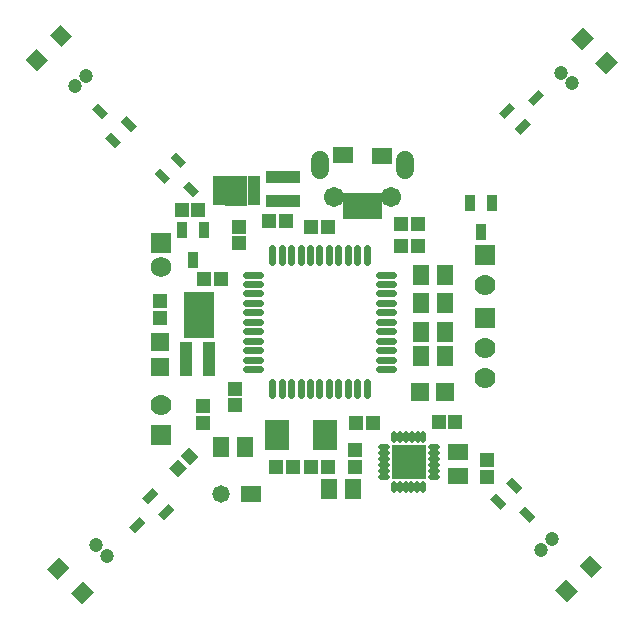
<source format=gts>
G04 ---------------------------- Layer name :TOP SOLDER LAYER*
G04 EasyEDA v5.8.19, Tue, 23 Oct 2018 03:45:39 GMT*
G04 c271f884b48f468e9f27791542bbc0a4*
G04 Gerber Generator version 0.2*
G04 Scale: 100 percent, Rotated: No, Reflected: No *
G04 Dimensions in inches *
G04 leading zeros omitted , absolute positions ,2 integer and 4 decimal *
%FSLAX24Y24*%
%MOIN*%
G90*
G70D02*

%ADD64C,0.019024*%
%ADD65C,0.059181*%
%ADD66C,0.024535*%
%ADD67R,0.114300X0.039496*%
%ADD68R,0.035559X0.057213*%
%ADD69R,0.082803X0.102488*%
%ADD70R,0.053670X0.065870*%
%ADD71R,0.065870X0.053670*%
%ADD72R,0.039496X0.114300*%
%ADD73R,0.070000X0.070000*%
%ADD74C,0.070000*%
%ADD75C,0.047370*%
%ADD76R,0.113512X0.113512*%
%ADD77R,0.025717X0.086740*%
%ADD78R,0.070992X0.055240*%
%ADD79C,0.067055*%
%ADD80R,0.103500X0.073500*%
%ADD81R,0.019500X0.042500*%
%ADD82R,0.073500X0.103500*%
%ADD83R,0.042500X0.019500*%
%ADD84R,0.047370X0.051307*%
%ADD85R,0.051307X0.047370*%
%ADD86R,0.063100X0.059200*%
%ADD87R,0.059200X0.063100*%
%ADD88R,0.070000X0.058000*%
%ADD89C,0.058000*%
%ADD90C,0.068000*%
%ADD91R,0.068000X0.068000*%

%LPD*%
G54D64*
G01X17932Y9203D02*
G01X17727Y9203D01*
G01X17932Y9401D02*
G01X17727Y9401D01*
G01X17932Y9598D02*
G01X17727Y9598D01*
G01X17932Y9794D02*
G01X17727Y9794D01*
G01X17932Y9990D02*
G01X17727Y9990D01*
G01X17932Y10188D02*
G01X17727Y10188D01*
G01X17489Y10421D02*
G01X17489Y10626D01*
G01X17293Y10421D02*
G01X17293Y10626D01*
G01X17096Y10421D02*
G01X17096Y10626D01*
G01X16900Y10421D02*
G01X16900Y10626D01*
G01X16702Y10421D02*
G01X16702Y10626D01*
G01X16506Y10421D02*
G01X16506Y10626D01*
G01X16272Y10184D02*
G01X16067Y10184D01*
G01X16272Y9986D02*
G01X16067Y9986D01*
G01X16272Y9790D02*
G01X16067Y9790D01*
G01X16272Y9594D02*
G01X16067Y9594D01*
G01X16272Y9397D02*
G01X16067Y9397D01*
G01X16272Y9200D02*
G01X16067Y9200D01*
G01X16500Y8751D02*
G01X16500Y8956D01*
G01X16697Y8751D02*
G01X16697Y8956D01*
G01X16893Y8751D02*
G01X16893Y8956D01*
G01X17089Y8751D02*
G01X17089Y8956D01*
G01X17286Y8751D02*
G01X17286Y8956D01*
G01X17484Y8751D02*
G01X17484Y8956D01*
G54D65*
G01X14025Y19412D02*
G01X14025Y19767D01*
G01X16875Y19412D02*
G01X16875Y19767D01*
G54D66*
G01X11567Y15943D02*
G01X12031Y15943D01*
G01X11567Y15628D02*
G01X12031Y15628D01*
G01X11567Y15313D02*
G01X12031Y15313D01*
G01X11567Y14998D02*
G01X12031Y14998D01*
G01X11567Y14684D02*
G01X12031Y14684D01*
G01X11567Y14369D02*
G01X12031Y14369D01*
G01X11567Y14053D02*
G01X12031Y14053D01*
G01X11567Y13739D02*
G01X12031Y13739D01*
G01X11567Y13424D02*
G01X12031Y13424D01*
G01X11567Y13109D02*
G01X12031Y13109D01*
G01X11567Y12794D02*
G01X12031Y12794D01*
G01X12449Y12376D02*
G01X12449Y11912D01*
G01X12764Y12376D02*
G01X12764Y11912D01*
G01X13079Y12376D02*
G01X13079Y11912D01*
G01X13394Y12376D02*
G01X13394Y11912D01*
G01X13709Y12376D02*
G01X13709Y11912D01*
G01X14023Y12376D02*
G01X14023Y11912D01*
G01X14339Y12376D02*
G01X14339Y11912D01*
G01X14653Y12376D02*
G01X14653Y11912D01*
G01X14968Y12376D02*
G01X14968Y11912D01*
G01X15283Y12376D02*
G01X15283Y11912D01*
G01X15598Y12376D02*
G01X15598Y11912D01*
G01X16016Y12794D02*
G01X16480Y12794D01*
G01X16016Y13109D02*
G01X16480Y13109D01*
G01X16016Y13424D02*
G01X16480Y13424D01*
G01X16016Y13739D02*
G01X16480Y13739D01*
G01X16016Y14053D02*
G01X16480Y14053D01*
G01X16016Y14369D02*
G01X16480Y14369D01*
G01X16016Y14684D02*
G01X16480Y14684D01*
G01X16016Y14998D02*
G01X16480Y14998D01*
G01X16016Y15313D02*
G01X16480Y15313D01*
G01X16016Y15628D02*
G01X16480Y15628D01*
G01X16016Y15943D02*
G01X16480Y15943D01*
G01X15598Y16825D02*
G01X15598Y16361D01*
G01X15283Y16825D02*
G01X15283Y16361D01*
G01X14968Y16825D02*
G01X14968Y16361D01*
G01X14653Y16825D02*
G01X14653Y16361D01*
G01X14339Y16825D02*
G01X14339Y16361D01*
G01X14023Y16825D02*
G01X14023Y16361D01*
G01X13709Y16825D02*
G01X13709Y16361D01*
G01X13394Y16825D02*
G01X13394Y16361D01*
G01X13079Y16825D02*
G01X13079Y16361D01*
G01X12764Y16825D02*
G01X12764Y16361D01*
G01X12449Y16825D02*
G01X12449Y16361D01*
G54D67*
G01X12800Y19192D03*
G01X12800Y18405D03*
G36*
G01X6976Y21311D02*
G01X6782Y21117D01*
G01X6434Y21465D01*
G01X6628Y21659D01*
G01X6976Y21311D01*
G37*
G36*
G01X7936Y20880D02*
G01X7742Y20686D01*
G01X7394Y21034D01*
G01X7588Y21228D01*
G01X7936Y20880D01*
G37*
G36*
G01X7407Y20352D02*
G01X7213Y20157D01*
G01X6865Y20505D01*
G01X7059Y20700D01*
G01X7407Y20352D01*
G37*
G54D68*
G01X19400Y17352D03*
G01X19026Y18336D03*
G01X19773Y18336D03*
G54D69*
G01X12600Y10594D03*
G01X14214Y10594D03*
G54D70*
G01X14350Y8794D03*
G01X15150Y8794D03*
G54D71*
G01X18650Y10044D03*
G01X18650Y9244D03*
G54D72*
G01X10348Y13143D03*
G01X9561Y13143D03*
G54D73*
G01X19550Y16594D03*
G54D74*
G01X19550Y15594D03*
G01X19550Y12494D03*
G01X19550Y13494D03*
G54D73*
G01X19550Y14494D03*
G01X8750Y10594D03*
G54D74*
G01X8750Y11594D03*
G36*
G01X8032Y7871D02*
G01X8226Y7676D01*
G01X7878Y7328D01*
G01X7684Y7523D01*
G01X8032Y7871D01*
G37*
G36*
G01X8463Y8830D02*
G01X8657Y8636D01*
G01X8309Y8288D01*
G01X8115Y8482D01*
G01X8463Y8830D01*
G37*
G36*
G01X8992Y8301D02*
G01X9186Y8107D01*
G01X8838Y7759D01*
G01X8644Y7953D01*
G01X8992Y8301D01*
G37*
G36*
G01X21168Y21567D02*
G01X20972Y21761D01*
G01X21321Y22109D01*
G01X21515Y21915D01*
G01X21168Y21567D01*
G37*
G36*
G01X20735Y20607D02*
G01X20542Y20802D01*
G01X20889Y21150D01*
G01X21084Y20955D01*
G01X20735Y20607D01*
G37*
G36*
G01X20207Y21136D02*
G01X20013Y21330D01*
G01X20360Y21678D01*
G01X20556Y21484D01*
G01X20207Y21136D01*
G37*
G54D70*
G01X17400Y14044D03*
G01X18200Y14044D03*
G01X17400Y14994D03*
G01X18200Y14994D03*
G01X17400Y13244D03*
G01X18200Y13244D03*
G54D75*
G01X21422Y6765D03*
G01X21777Y7122D03*
G01X6571Y6922D03*
G01X6928Y6565D03*
G01X22427Y22315D03*
G01X22072Y22672D03*
G01X6228Y22572D03*
G01X5871Y22215D03*
G36*
G01X9473Y18876D02*
G01X9668Y19071D01*
G01X10015Y18723D01*
G01X9821Y18528D01*
G01X9473Y18876D01*
G37*
G36*
G01X8513Y19307D02*
G01X8707Y19502D01*
G01X9055Y19153D01*
G01X8861Y18959D01*
G01X8513Y19307D01*
G37*
G36*
G01X9042Y19836D02*
G01X9236Y20030D01*
G01X9584Y19682D01*
G01X9390Y19488D01*
G01X9042Y19836D01*
G37*
G54D76*
G01X17000Y9694D03*
G54D77*
G01X14942Y18217D03*
G01X15198Y18217D03*
G01X15454Y18217D03*
G01X15710Y18217D03*
G01X15965Y18217D03*
G54D78*
G01X14822Y19915D03*
G01X16113Y19909D03*
G54D79*
G01X16398Y18527D03*
G01X14493Y18527D03*
G54D70*
G01X17400Y15944D03*
G01X18200Y15944D03*
G36*
G01X20672Y8026D02*
G01X20868Y8221D01*
G01X21215Y7873D01*
G01X21021Y7678D01*
G01X20672Y8026D01*
G37*
G36*
G01X19713Y8457D02*
G01X19907Y8651D01*
G01X20256Y8303D01*
G01X20060Y8109D01*
G01X19713Y8457D01*
G37*
G36*
G01X20242Y8986D02*
G01X20435Y9180D01*
G01X20784Y8832D01*
G01X20589Y8638D01*
G01X20242Y8986D01*
G37*
G54D80*
G01X10000Y14593D03*
G54D81*
G01X9610Y14013D03*
G01X9800Y14013D03*
G01X10000Y14013D03*
G01X10200Y14013D03*
G01X10390Y14013D03*
G01X10390Y15173D03*
G01X10200Y15173D03*
G01X10000Y15173D03*
G01X9800Y15173D03*
G01X9610Y15173D03*
G54D82*
G01X11250Y18743D03*
G54D83*
G01X11830Y18353D03*
G01X11830Y18543D03*
G01X11830Y18743D03*
G01X11830Y18943D03*
G01X11830Y19133D03*
G01X10670Y19133D03*
G01X10670Y18943D03*
G01X10670Y18743D03*
G01X10670Y18543D03*
G01X10670Y18353D03*
G54D70*
G01X10750Y10194D03*
G01X11550Y10194D03*
G54D84*
G01X13756Y9544D03*
G01X14307Y9544D03*
G01X13133Y9544D03*
G01X12582Y9544D03*
G01X16756Y16894D03*
G01X17307Y16894D03*
G54D85*
G01X11200Y12137D03*
G01X11200Y11586D03*
G54D84*
G01X16756Y17644D03*
G01X17307Y17644D03*
G01X18543Y11044D03*
G01X17992Y11044D03*
G01X15793Y10994D03*
G01X15242Y10994D03*
G54D85*
G01X15200Y10087D03*
G01X15200Y9536D03*
G01X8700Y15054D03*
G01X8700Y14503D03*
G54D86*
G01X8699Y13701D03*
G01X8699Y12874D03*
G54D84*
G01X9980Y18094D03*
G01X9429Y18094D03*
G01X14293Y17544D03*
G01X13742Y17544D03*
G01X12893Y17744D03*
G01X12342Y17744D03*
G54D87*
G01X18206Y12044D03*
G01X17380Y12044D03*
G54D85*
G01X19600Y9200D03*
G01X19600Y9751D03*
G36*
G01X9013Y9511D02*
G01X9290Y9790D01*
G01X9597Y9484D01*
G01X9319Y9205D01*
G01X9013Y9511D01*
G37*
G36*
G01X9401Y9901D02*
G01X9681Y10180D01*
G01X9986Y9874D01*
G01X9709Y9595D01*
G01X9401Y9901D01*
G37*
G01X10150Y11000D03*
G01X10150Y11551D03*
G54D84*
G01X10189Y15794D03*
G01X10740Y15794D03*
G54D85*
G01X11350Y16983D03*
G01X11350Y17534D03*
G54D88*
G01X11750Y8644D03*
G54D89*
G01X10750Y8644D03*
G54D90*
G01X8750Y16194D03*
G54D91*
G01X8750Y16994D03*
G36*
G01X6106Y4968D02*
G01X5744Y5330D01*
G01X6133Y5719D01*
G01X6495Y5357D01*
G01X6106Y4968D01*
G37*
G36*
G01X5298Y5775D02*
G01X4936Y6137D01*
G01X5326Y6527D01*
G01X5688Y6165D01*
G01X5298Y5775D01*
G37*
G36*
G01X23445Y6200D02*
G01X23083Y5838D01*
G01X22694Y6227D01*
G01X23056Y6589D01*
G01X23445Y6200D01*
G37*
G36*
G01X22638Y5392D02*
G01X22276Y5030D01*
G01X21886Y5420D01*
G01X22248Y5782D01*
G01X22638Y5392D01*
G37*
G36*
G01X22803Y24189D02*
G01X23165Y23827D01*
G01X22776Y23438D01*
G01X22414Y23800D01*
G01X22803Y24189D01*
G37*
G36*
G01X23611Y23382D02*
G01X23973Y23020D01*
G01X23583Y22630D01*
G01X23221Y22992D01*
G01X23611Y23382D01*
G37*
G36*
G01X4224Y23107D02*
G01X4586Y23469D01*
G01X4975Y23080D01*
G01X4613Y22718D01*
G01X4224Y23107D01*
G37*
G36*
G01X5031Y23915D02*
G01X5393Y24277D01*
G01X5783Y23887D01*
G01X5421Y23525D01*
G01X5031Y23915D01*
G37*
G54D68*
G01X9800Y16432D03*
G01X9426Y17415D03*
G01X10173Y17415D03*
M00*
M02*

</source>
